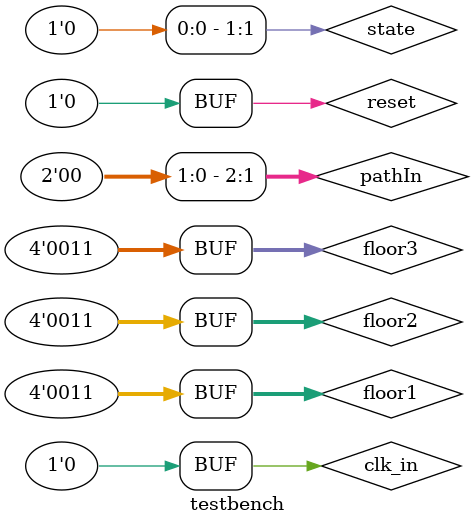
<source format=sv>
`timescale 1ns / 1ps

module testbench();

logic clk_in, reset;
logic [1:0] state;
logic [2:0] pathIn;
logic [3:0] floor1;
logic [3:0] floor2;
logic [3:0] floor3;

nextstatelogic dut( clk_in , reset , pathIn, state, floor1, floor2, floor3, direction, nextstate, path );

//generate clock
always 
    begin
        clk_in = 1; #5; clk_in = 0; #5;
        pathIn <= path;
        state <= nextstate;
    end
    
    initial 
    begin 
    reset = 1; state = 2'b00; floor1 = 4'b0011; floor2 = 4'b0011; floor3 = 4'b0011; #20;
    reset = 0; #100;

    end


endmodule
</source>
